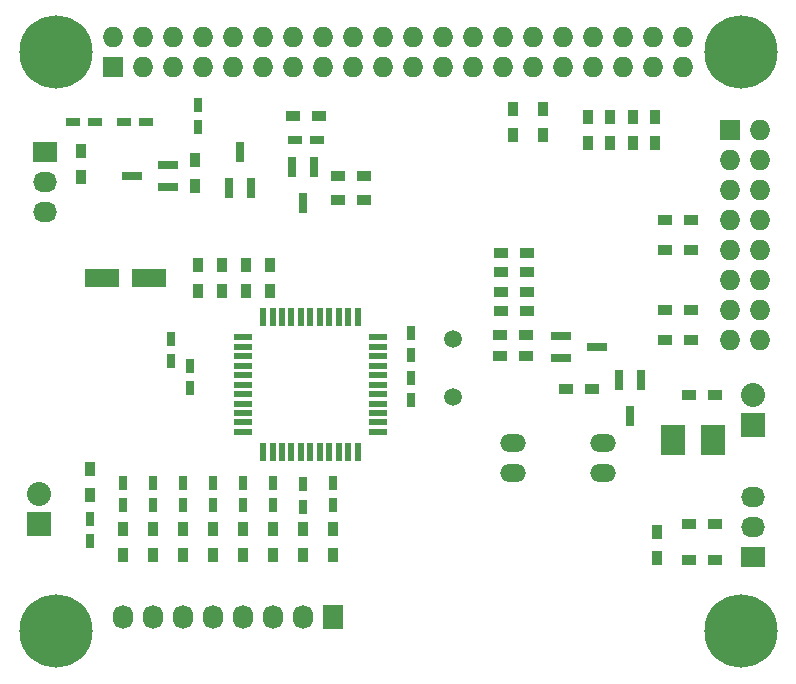
<source format=gts>
G04 #@! TF.FileFunction,Soldermask,Top*
%FSLAX46Y46*%
G04 Gerber Fmt 4.6, Leading zero omitted, Abs format (unit mm)*
G04 Created by KiCad (PCBNEW (2015-07-31 BZR 6030)-product) date lø. 01. aug. 2015 kl. 19.41 +0200*
%MOMM*%
G01*
G04 APERTURE LIST*
%ADD10C,0.100000*%
%ADD11R,1.727200X1.727200*%
%ADD12O,1.727200X1.727200*%
%ADD13C,6.200000*%
%ADD14R,1.500000X0.550000*%
%ADD15R,0.550000X1.500000*%
%ADD16R,0.750000X1.200000*%
%ADD17R,0.900000X1.200000*%
%ADD18R,1.200000X0.750000*%
%ADD19R,1.800860X0.800100*%
%ADD20R,1.200000X0.900000*%
%ADD21R,0.800100X1.800860*%
%ADD22R,2.000000X2.500000*%
%ADD23R,2.032000X2.032000*%
%ADD24O,2.032000X2.032000*%
%ADD25R,2.032000X1.727200*%
%ADD26O,2.032000X1.727200*%
%ADD27O,2.197100X1.498600*%
%ADD28O,2.194560X1.496060*%
%ADD29R,2.999740X1.501140*%
%ADD30C,1.501140*%
%ADD31R,1.727200X2.032000*%
%ADD32O,1.727200X2.032000*%
G04 APERTURE END LIST*
D10*
D11*
X66488000Y-61398000D03*
D12*
X66488000Y-58858000D03*
X69028000Y-61398000D03*
X69028000Y-58858000D03*
X71568000Y-61398000D03*
X71568000Y-58858000D03*
X74108000Y-61398000D03*
X74108000Y-58858000D03*
X76648000Y-61398000D03*
X76648000Y-58858000D03*
X79188000Y-61398000D03*
X79188000Y-58858000D03*
X81728000Y-61398000D03*
X81728000Y-58858000D03*
X84268000Y-61398000D03*
X84268000Y-58858000D03*
X86808000Y-61398000D03*
X86808000Y-58858000D03*
X89348000Y-61398000D03*
X89348000Y-58858000D03*
X91888000Y-61398000D03*
X91888000Y-58858000D03*
X94428000Y-61398000D03*
X94428000Y-58858000D03*
X96968000Y-61398000D03*
X96968000Y-58858000D03*
X99508000Y-61398000D03*
X99508000Y-58858000D03*
X102048000Y-61398000D03*
X102048000Y-58858000D03*
X104588000Y-61398000D03*
X104588000Y-58858000D03*
X107128000Y-61398000D03*
X107128000Y-58858000D03*
X109668000Y-61398000D03*
X109668000Y-58858000D03*
X112208000Y-61398000D03*
X112208000Y-58858000D03*
X114748000Y-61398000D03*
X114748000Y-58858000D03*
D13*
X119618000Y-60128000D03*
X119618000Y-109128000D03*
X61618000Y-109128000D03*
X61618000Y-60128000D03*
D14*
X88885000Y-92265000D03*
X88885000Y-91465000D03*
X88885000Y-90665000D03*
X88885000Y-89865000D03*
X88885000Y-89065000D03*
X88885000Y-88265000D03*
X88885000Y-87465000D03*
X88885000Y-86665000D03*
X88885000Y-85865000D03*
X88885000Y-85065000D03*
X88885000Y-84265000D03*
D15*
X87185000Y-82565000D03*
X86385000Y-82565000D03*
X85585000Y-82565000D03*
X84785000Y-82565000D03*
X83985000Y-82565000D03*
X83185000Y-82565000D03*
X82385000Y-82565000D03*
X81585000Y-82565000D03*
X80785000Y-82565000D03*
X79985000Y-82565000D03*
X79185000Y-82565000D03*
D14*
X77485000Y-84265000D03*
X77485000Y-85065000D03*
X77485000Y-85865000D03*
X77485000Y-86665000D03*
X77485000Y-87465000D03*
X77485000Y-88265000D03*
X77485000Y-89065000D03*
X77485000Y-89865000D03*
X77485000Y-90665000D03*
X77485000Y-91465000D03*
X77485000Y-92265000D03*
D15*
X79185000Y-93965000D03*
X79985000Y-93965000D03*
X80785000Y-93965000D03*
X81585000Y-93965000D03*
X82385000Y-93965000D03*
X83185000Y-93965000D03*
X83985000Y-93965000D03*
X84785000Y-93965000D03*
X85585000Y-93965000D03*
X86385000Y-93965000D03*
X87185000Y-93965000D03*
D16*
X85090000Y-96586000D03*
X85090000Y-98486000D03*
X82550000Y-96713000D03*
X82550000Y-98613000D03*
X80010000Y-96586000D03*
X80010000Y-98486000D03*
X77470000Y-96586000D03*
X77470000Y-98486000D03*
X74930000Y-96586000D03*
X74930000Y-98486000D03*
X72390000Y-96586000D03*
X72390000Y-98486000D03*
X69850000Y-96586000D03*
X69850000Y-98486000D03*
X67310000Y-96586000D03*
X67310000Y-98486000D03*
X91694000Y-89596000D03*
X91694000Y-87696000D03*
X91694000Y-83886000D03*
X91694000Y-85786000D03*
X73025000Y-86680000D03*
X73025000Y-88580000D03*
X71374000Y-86294000D03*
X71374000Y-84394000D03*
D17*
X85090000Y-102700000D03*
X85090000Y-100500000D03*
X80010000Y-102700000D03*
X80010000Y-100500000D03*
X74930000Y-102700000D03*
X74930000Y-100500000D03*
X69850000Y-102700000D03*
X69850000Y-100500000D03*
X82550000Y-102700000D03*
X82550000Y-100500000D03*
X77470000Y-102700000D03*
X77470000Y-100500000D03*
X72390000Y-102700000D03*
X72390000Y-100500000D03*
X67310000Y-102700000D03*
X67310000Y-100500000D03*
X102870000Y-64940000D03*
X102870000Y-67140000D03*
X100330000Y-64940000D03*
X100330000Y-67140000D03*
D18*
X81854000Y-67564000D03*
X83754000Y-67564000D03*
D19*
X71097140Y-71562000D03*
X71097140Y-69662000D03*
X68094860Y-70612000D03*
D17*
X63754000Y-70696000D03*
X63754000Y-68496000D03*
X73406000Y-71458000D03*
X73406000Y-69258000D03*
D20*
X85514000Y-72644000D03*
X87714000Y-72644000D03*
D21*
X76266000Y-71605140D03*
X78166000Y-71605140D03*
X77216000Y-68602860D03*
X83500000Y-69872860D03*
X81600000Y-69872860D03*
X82550000Y-72875140D03*
D20*
X85514000Y-70612000D03*
X87714000Y-70612000D03*
X81704000Y-65532000D03*
X83904000Y-65532000D03*
D22*
X117270000Y-92964000D03*
X113870000Y-92964000D03*
D23*
X120650000Y-91694000D03*
D24*
X120650000Y-89154000D03*
D25*
X120650000Y-102870000D03*
D26*
X120650000Y-100330000D03*
X120650000Y-97790000D03*
D21*
X111186000Y-87906860D03*
X109286000Y-87906860D03*
X110236000Y-90909140D03*
D19*
X104416860Y-84140000D03*
X104416860Y-86040000D03*
X107419140Y-85090000D03*
D20*
X117432000Y-89154000D03*
X115232000Y-89154000D03*
X101430000Y-85852000D03*
X99230000Y-85852000D03*
X117432000Y-100076000D03*
X115232000Y-100076000D03*
D17*
X112522000Y-100754000D03*
X112522000Y-102954000D03*
D20*
X107018000Y-88646000D03*
X104818000Y-88646000D03*
X101430000Y-84074000D03*
X99230000Y-84074000D03*
D25*
X60706000Y-68580000D03*
D26*
X60706000Y-71120000D03*
X60706000Y-73660000D03*
D17*
X106680000Y-67775000D03*
X106680000Y-65575000D03*
X110490000Y-67775000D03*
X110490000Y-65575000D03*
D20*
X101557000Y-82042000D03*
X99357000Y-82042000D03*
X101557000Y-80391000D03*
X99357000Y-80391000D03*
D17*
X112395000Y-67775000D03*
X112395000Y-65575000D03*
D20*
X115400000Y-74295000D03*
X113200000Y-74295000D03*
X115400000Y-76835000D03*
X113200000Y-76835000D03*
D17*
X108585000Y-67775000D03*
X108585000Y-65575000D03*
D20*
X115400000Y-81915000D03*
X113200000Y-81915000D03*
X115400000Y-84455000D03*
X113200000Y-84455000D03*
X101557000Y-78740000D03*
X99357000Y-78740000D03*
X101557000Y-77089000D03*
X99357000Y-77089000D03*
D18*
X63058000Y-66040000D03*
X64958000Y-66040000D03*
X67376000Y-66040000D03*
X69276000Y-66040000D03*
D27*
X107950000Y-95758000D03*
X107950000Y-93218000D03*
D28*
X100330000Y-93218000D03*
X100330000Y-95758000D03*
D29*
X65565020Y-79248000D03*
X69562980Y-79248000D03*
D16*
X73660000Y-66482000D03*
X73660000Y-64582000D03*
D20*
X117432000Y-103124000D03*
X115232000Y-103124000D03*
D30*
X95250000Y-89308940D03*
X95250000Y-84427060D03*
D16*
X64516000Y-99634000D03*
X64516000Y-101534000D03*
D17*
X64516000Y-97620000D03*
X64516000Y-95420000D03*
X79756000Y-80348000D03*
X79756000Y-78148000D03*
X77724000Y-80348000D03*
X77724000Y-78148000D03*
X75692000Y-80348000D03*
X75692000Y-78148000D03*
X73660000Y-80348000D03*
X73660000Y-78148000D03*
D11*
X118745000Y-66675000D03*
D12*
X121285000Y-66675000D03*
X118745000Y-69215000D03*
X121285000Y-69215000D03*
X118745000Y-71755000D03*
X121285000Y-71755000D03*
X118745000Y-74295000D03*
X121285000Y-74295000D03*
X118745000Y-76835000D03*
X121285000Y-76835000D03*
X118745000Y-79375000D03*
X121285000Y-79375000D03*
X118745000Y-81915000D03*
X121285000Y-81915000D03*
X118745000Y-84455000D03*
X121285000Y-84455000D03*
D31*
X85090000Y-107950000D03*
D32*
X82550000Y-107950000D03*
X80010000Y-107950000D03*
X77470000Y-107950000D03*
X74930000Y-107950000D03*
X72390000Y-107950000D03*
X69850000Y-107950000D03*
X67310000Y-107950000D03*
D23*
X60198000Y-100076000D03*
D24*
X60198000Y-97536000D03*
M02*

</source>
